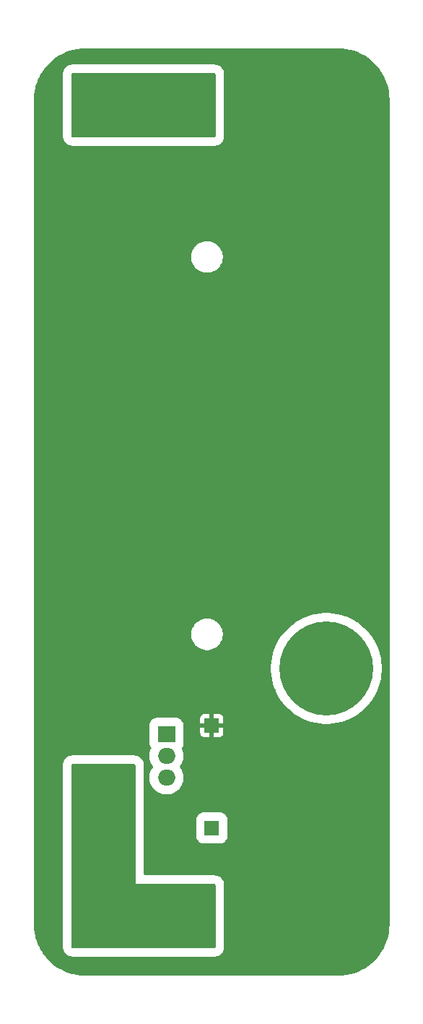
<source format=gbr>
%TF.GenerationSoftware,KiCad,Pcbnew,9.0.2*%
%TF.CreationDate,2026-01-15T18:41:09+07:00*%
%TF.ProjectId,PrechResv2,50726563-6852-4657-9376-322e6b696361,rev?*%
%TF.SameCoordinates,Original*%
%TF.FileFunction,Copper,L2,Bot*%
%TF.FilePolarity,Positive*%
%FSLAX46Y46*%
G04 Gerber Fmt 4.6, Leading zero omitted, Abs format (unit mm)*
G04 Created by KiCad (PCBNEW 9.0.2) date 2026-01-15 18:41:09*
%MOMM*%
%LPD*%
G01*
G04 APERTURE LIST*
%TA.AperFunction,ComponentPad*%
%ADD10R,2.000000X1.905000*%
%TD*%
%TA.AperFunction,ComponentPad*%
%ADD11O,2.000000X1.905000*%
%TD*%
%TA.AperFunction,ComponentPad*%
%ADD12R,1.700000X1.700000*%
%TD*%
%TA.AperFunction,ComponentPad*%
%ADD13C,5.600000*%
%TD*%
%TA.AperFunction,ComponentPad*%
%ADD14C,11.000000*%
%TD*%
G04 APERTURE END LIST*
D10*
%TO.P,Q1,1,G*%
%TO.N,Net-(Q1-G)*%
X73250000Y-103710000D03*
D11*
%TO.P,Q1,2,D*%
%TO.N,Net-(Q1-D)*%
X73250000Y-106250000D03*
%TO.P,Q1,3,S*%
%TO.N,Net-(Q1-S)*%
X73250000Y-108790000D03*
%TD*%
D12*
%TO.P,J2,1,Pin_1*%
%TO.N,Net-(J2-Pin_1)*%
X78555907Y-102679211D03*
%TD*%
D13*
%TO.P,H7,1,1*%
%TO.N,Net-(Q1-S)*%
X66000000Y-111000000D03*
%TD*%
D12*
%TO.P,J1,1,Pin_1*%
%TO.N,Net-(J1-Pin_1)*%
X78564151Y-114679411D03*
%TD*%
D14*
%TO.P,H4,1,1*%
%TO.N,Net-(Q1-D)*%
X92000000Y-96000000D03*
%TD*%
D13*
%TO.P,H6,1,1*%
%TO.N,Net-(H2-Pad1)*%
X66000000Y-30000000D03*
%TD*%
%TO.P,H3,1,1*%
%TO.N,Net-(Q1-S)*%
X75000000Y-125000000D03*
%TD*%
%TO.P,H2,1,1*%
%TO.N,Net-(H2-Pad1)*%
X75000000Y-30000000D03*
%TD*%
%TA.AperFunction,Conductor*%
%TO.N,Net-(Q1-S)*%
G36*
X69543039Y-107219685D02*
G01*
X69588794Y-107272489D01*
X69600000Y-107324000D01*
X69600000Y-123300000D01*
X62100000Y-123300000D01*
X62100000Y-107324000D01*
X62119685Y-107256961D01*
X62172489Y-107211206D01*
X62224000Y-107200000D01*
X69476000Y-107200000D01*
X69543039Y-107219685D01*
G37*
%TD.AperFunction*%
%TD*%
%TA.AperFunction,Conductor*%
%TO.N,Net-(Q1-S)*%
G36*
X78943039Y-121269685D02*
G01*
X78988794Y-121322489D01*
X79000000Y-121374000D01*
X79000000Y-128626000D01*
X78980315Y-128693039D01*
X78927511Y-128738794D01*
X78876000Y-128750000D01*
X62224000Y-128750000D01*
X62156961Y-128730315D01*
X62111206Y-128677511D01*
X62100000Y-128626000D01*
X62100000Y-121250000D01*
X69600000Y-121250000D01*
X78876000Y-121250000D01*
X78943039Y-121269685D01*
G37*
%TD.AperFunction*%
%TD*%
%TA.AperFunction,Conductor*%
%TO.N,Net-(H2-Pad1)*%
G36*
X78943039Y-26269685D02*
G01*
X78988794Y-26322489D01*
X79000000Y-26374000D01*
X79000000Y-33626000D01*
X78980315Y-33693039D01*
X78927511Y-33738794D01*
X78876000Y-33750000D01*
X62224000Y-33750000D01*
X62156961Y-33730315D01*
X62111206Y-33677511D01*
X62100000Y-33626000D01*
X62100000Y-26374000D01*
X62119685Y-26306961D01*
X62172489Y-26261206D01*
X62224000Y-26250000D01*
X78876000Y-26250000D01*
X78943039Y-26269685D01*
G37*
%TD.AperFunction*%
%TD*%
%TA.AperFunction,Conductor*%
%TO.N,Net-(J2-Pin_1)*%
G36*
X93406249Y-23346790D02*
G01*
X93869669Y-23364998D01*
X93879343Y-23365759D01*
X94337501Y-23419987D01*
X94347105Y-23421508D01*
X94799585Y-23511512D01*
X94809045Y-23513783D01*
X95253061Y-23639009D01*
X95262314Y-23642015D01*
X95695143Y-23801693D01*
X95704132Y-23805417D01*
X96123102Y-23998565D01*
X96123105Y-23998566D01*
X96131757Y-24002974D01*
X96534307Y-24228413D01*
X96542572Y-24233478D01*
X96926171Y-24489791D01*
X96934048Y-24495514D01*
X97296343Y-24781125D01*
X97303746Y-24787448D01*
X97473129Y-24944024D01*
X97642515Y-25100603D01*
X97649392Y-25107480D01*
X97776052Y-25244500D01*
X97962551Y-25446253D01*
X97968874Y-25453656D01*
X98254485Y-25815951D01*
X98260208Y-25823828D01*
X98516515Y-26207418D01*
X98521590Y-26215699D01*
X98747020Y-26618233D01*
X98751433Y-26626894D01*
X98944581Y-27045864D01*
X98948307Y-27054860D01*
X99107983Y-27487682D01*
X99110991Y-27496941D01*
X99236215Y-27940950D01*
X99238488Y-27950418D01*
X99328490Y-28402888D01*
X99330013Y-28412504D01*
X99384238Y-28870640D01*
X99385002Y-28880347D01*
X99403210Y-29343750D01*
X99403306Y-29348618D01*
X99403306Y-125997575D01*
X99403210Y-126002443D01*
X99385003Y-126465848D01*
X99384239Y-126475555D01*
X99330014Y-126933690D01*
X99328491Y-126943306D01*
X99238491Y-127395767D01*
X99236218Y-127405235D01*
X99110991Y-127849258D01*
X99107983Y-127858518D01*
X98948306Y-128291340D01*
X98944580Y-128300335D01*
X98751440Y-128719291D01*
X98747019Y-128727966D01*
X98521597Y-129130485D01*
X98516510Y-129138787D01*
X98260210Y-129522368D01*
X98254487Y-129530244D01*
X97968876Y-129892541D01*
X97962553Y-129899945D01*
X97649400Y-130238711D01*
X97642515Y-130245596D01*
X97303748Y-130558749D01*
X97296345Y-130565072D01*
X96934050Y-130850683D01*
X96926173Y-130856406D01*
X96542582Y-131112714D01*
X96534289Y-131117795D01*
X96518041Y-131126896D01*
X96131781Y-131343212D01*
X96123106Y-131347632D01*
X95704140Y-131540778D01*
X95695145Y-131544504D01*
X95262316Y-131704184D01*
X95253056Y-131707192D01*
X94809049Y-131832415D01*
X94799581Y-131834688D01*
X94347111Y-131924690D01*
X94337495Y-131926213D01*
X93879359Y-131980438D01*
X93869652Y-131981202D01*
X93406402Y-131999404D01*
X93401534Y-131999500D01*
X63702425Y-131999500D01*
X63697557Y-131999404D01*
X63234152Y-131981197D01*
X63224445Y-131980433D01*
X62766309Y-131926208D01*
X62756693Y-131924685D01*
X62304233Y-131834685D01*
X62294765Y-131832412D01*
X61850742Y-131707185D01*
X61841482Y-131704177D01*
X61408660Y-131544500D01*
X61399665Y-131540774D01*
X60980699Y-131347629D01*
X60972038Y-131343216D01*
X60569504Y-131117786D01*
X60561223Y-131112711D01*
X60177632Y-130856403D01*
X60169756Y-130850680D01*
X59807460Y-130565070D01*
X59800060Y-130558750D01*
X59461284Y-130245588D01*
X59454407Y-130238711D01*
X59141247Y-129899937D01*
X59134929Y-129892539D01*
X58849319Y-129530243D01*
X58843596Y-129522367D01*
X58832112Y-129505180D01*
X58587282Y-129138767D01*
X58582217Y-129130502D01*
X58356778Y-128727952D01*
X58352370Y-128719300D01*
X58334567Y-128680683D01*
X58159225Y-128300334D01*
X58155499Y-128291339D01*
X57995822Y-127858517D01*
X57992814Y-127849257D01*
X57867587Y-127405234D01*
X57865316Y-127395775D01*
X57775313Y-126943300D01*
X57773791Y-126933690D01*
X57719564Y-126475535D01*
X57718803Y-126465865D01*
X57700596Y-126002443D01*
X57700500Y-125997575D01*
X57700500Y-107323998D01*
X61094500Y-107323998D01*
X61094500Y-128625989D01*
X61094566Y-128637579D01*
X61094567Y-128637593D01*
X61117481Y-128839745D01*
X61128685Y-128891246D01*
X61153217Y-128982941D01*
X61234306Y-129169524D01*
X61234310Y-129169531D01*
X61349793Y-129333830D01*
X61351300Y-129335974D01*
X61397055Y-129388778D01*
X61509532Y-129498694D01*
X61516169Y-129505180D01*
X61553633Y-129530244D01*
X61685264Y-129618308D01*
X61873671Y-129695083D01*
X61873677Y-129695085D01*
X61888687Y-129699492D01*
X61940710Y-129714768D01*
X62021594Y-129734917D01*
X62156531Y-129748639D01*
X62223999Y-129755500D01*
X62224000Y-129755500D01*
X78875990Y-129755500D01*
X78876000Y-129755500D01*
X78887588Y-129755433D01*
X79089743Y-129732519D01*
X79141254Y-129721313D01*
X79232938Y-129696784D01*
X79419527Y-129615692D01*
X79585974Y-129498700D01*
X79638778Y-129452945D01*
X79755179Y-129333832D01*
X79868308Y-129164736D01*
X79945083Y-128976329D01*
X79964768Y-128909290D01*
X79984917Y-128828406D01*
X80005500Y-128626000D01*
X80005500Y-121374000D01*
X80005433Y-121362412D01*
X79982519Y-121160257D01*
X79971313Y-121108746D01*
X79946784Y-121017062D01*
X79865692Y-120830473D01*
X79865691Y-120830471D01*
X79865689Y-120830468D01*
X79748705Y-120664033D01*
X79748704Y-120664032D01*
X79748700Y-120664026D01*
X79702945Y-120611222D01*
X79583832Y-120494821D01*
X79583830Y-120494819D01*
X79414738Y-120381693D01*
X79414731Y-120381690D01*
X79226328Y-120304916D01*
X79226322Y-120304914D01*
X79159293Y-120285233D01*
X79159295Y-120285233D01*
X79159290Y-120285232D01*
X79078406Y-120265083D01*
X79078402Y-120265082D01*
X79078403Y-120265082D01*
X78876001Y-120244500D01*
X78876000Y-120244500D01*
X70729500Y-120244500D01*
X70662461Y-120224815D01*
X70616706Y-120172011D01*
X70605500Y-120120500D01*
X70605500Y-113771377D01*
X76713651Y-113771377D01*
X76713651Y-115587439D01*
X76713652Y-115587445D01*
X76724264Y-115706826D01*
X76780240Y-115902456D01*
X76780241Y-115902459D01*
X76780242Y-115902460D01*
X76874453Y-116082818D01*
X76874455Y-116082820D01*
X77003041Y-116240520D01*
X77096954Y-116317095D01*
X77160744Y-116369109D01*
X77341102Y-116463320D01*
X77536733Y-116519297D01*
X77656114Y-116529911D01*
X79472187Y-116529910D01*
X79591569Y-116519297D01*
X79787200Y-116463320D01*
X79967558Y-116369109D01*
X80125260Y-116240520D01*
X80253849Y-116082818D01*
X80348060Y-115902460D01*
X80404037Y-115706829D01*
X80414651Y-115587448D01*
X80414650Y-113771375D01*
X80404037Y-113651993D01*
X80348060Y-113456362D01*
X80253849Y-113276004D01*
X80201835Y-113212214D01*
X80125260Y-113118301D01*
X79967560Y-112989715D01*
X79967561Y-112989715D01*
X79967558Y-112989713D01*
X79787200Y-112895502D01*
X79787199Y-112895501D01*
X79787196Y-112895500D01*
X79669980Y-112861961D01*
X79591569Y-112839525D01*
X79591566Y-112839524D01*
X79591564Y-112839524D01*
X79525253Y-112833628D01*
X79472188Y-112828911D01*
X79472183Y-112828911D01*
X77656122Y-112828911D01*
X77656116Y-112828911D01*
X77656115Y-112828912D01*
X77644467Y-112829947D01*
X77536735Y-112839524D01*
X77341105Y-112895500D01*
X77250923Y-112942607D01*
X77160744Y-112989713D01*
X77160742Y-112989714D01*
X77160741Y-112989715D01*
X77003041Y-113118301D01*
X76874455Y-113276001D01*
X76780240Y-113456365D01*
X76724265Y-113651994D01*
X76724264Y-113651997D01*
X76713651Y-113771377D01*
X70605500Y-113771377D01*
X70605500Y-107324010D01*
X70605433Y-107312420D01*
X70605433Y-107312412D01*
X70582519Y-107110257D01*
X70571313Y-107058746D01*
X70546784Y-106967062D01*
X70465692Y-106780473D01*
X70465691Y-106780471D01*
X70465689Y-106780468D01*
X70348705Y-106614033D01*
X70348704Y-106614032D01*
X70348700Y-106614026D01*
X70302945Y-106561222D01*
X70183832Y-106444821D01*
X70183830Y-106444819D01*
X70014738Y-106331693D01*
X70014731Y-106331690D01*
X69826328Y-106254916D01*
X69826322Y-106254914D01*
X69759293Y-106235233D01*
X69759295Y-106235233D01*
X69759290Y-106235232D01*
X69678406Y-106215083D01*
X69678402Y-106215082D01*
X69678403Y-106215082D01*
X69476001Y-106194500D01*
X69476000Y-106194500D01*
X62224000Y-106194500D01*
X62223347Y-106194503D01*
X62212420Y-106194566D01*
X62212406Y-106194567D01*
X62010254Y-106217481D01*
X61958753Y-106228685D01*
X61867058Y-106253217D01*
X61680475Y-106334306D01*
X61680468Y-106334310D01*
X61514033Y-106451294D01*
X61514020Y-106451305D01*
X61461225Y-106497052D01*
X61344819Y-106616169D01*
X61231693Y-106785261D01*
X61231690Y-106785268D01*
X61154916Y-106973671D01*
X61154914Y-106973677D01*
X61135233Y-107040706D01*
X61115082Y-107121597D01*
X61094500Y-107323998D01*
X57700500Y-107323998D01*
X57700500Y-102699466D01*
X71249500Y-102699466D01*
X71249500Y-104720528D01*
X71249501Y-104720534D01*
X71260113Y-104839915D01*
X71316089Y-105035545D01*
X71316090Y-105035547D01*
X71316091Y-105035549D01*
X71410301Y-105215906D01*
X71410305Y-105215912D01*
X71434762Y-105245906D01*
X71461871Y-105310302D01*
X71449861Y-105379132D01*
X71448125Y-105382380D01*
X71447144Y-105384368D01*
X71349177Y-105620883D01*
X71282917Y-105868172D01*
X71249500Y-106121986D01*
X71249500Y-106378013D01*
X71259150Y-106451305D01*
X71282917Y-106631829D01*
X71318425Y-106764349D01*
X71349177Y-106879116D01*
X71447144Y-107115631D01*
X71447151Y-107115646D01*
X71575155Y-107337356D01*
X71657380Y-107444514D01*
X71682574Y-107509683D01*
X71668536Y-107578128D01*
X71657380Y-107595486D01*
X71575155Y-107702643D01*
X71447151Y-107924353D01*
X71447144Y-107924368D01*
X71349177Y-108160883D01*
X71282917Y-108408172D01*
X71249500Y-108661986D01*
X71249500Y-108918013D01*
X71275491Y-109115423D01*
X71282917Y-109171829D01*
X71318425Y-109304349D01*
X71349177Y-109419116D01*
X71447144Y-109655631D01*
X71447151Y-109655646D01*
X71575152Y-109877352D01*
X71731011Y-110080470D01*
X71912029Y-110261488D01*
X71912033Y-110261491D01*
X71912035Y-110261493D01*
X72115143Y-110417344D01*
X72115147Y-110417347D01*
X72336853Y-110545348D01*
X72336868Y-110545355D01*
X72459182Y-110596018D01*
X72573382Y-110643322D01*
X72820671Y-110709583D01*
X73074494Y-110743000D01*
X73074501Y-110743000D01*
X73425499Y-110743000D01*
X73425506Y-110743000D01*
X73679329Y-110709583D01*
X73926618Y-110643322D01*
X74163143Y-110545350D01*
X74384857Y-110417344D01*
X74587965Y-110261493D01*
X74768993Y-110080465D01*
X74924844Y-109877357D01*
X75052850Y-109655643D01*
X75150822Y-109419118D01*
X75217083Y-109171829D01*
X75250500Y-108918006D01*
X75250500Y-108661994D01*
X75217083Y-108408171D01*
X75150822Y-108160882D01*
X75052850Y-107924357D01*
X75052848Y-107924353D01*
X74924844Y-107702642D01*
X74842620Y-107595487D01*
X74817425Y-107530318D01*
X74831463Y-107461873D01*
X74842620Y-107444513D01*
X74924844Y-107337357D01*
X75052848Y-107115646D01*
X75052850Y-107115643D01*
X75150822Y-106879118D01*
X75217083Y-106631829D01*
X75250500Y-106378006D01*
X75250500Y-106121994D01*
X75217083Y-105868171D01*
X75150822Y-105620882D01*
X75052855Y-105384368D01*
X75052854Y-105384365D01*
X75051054Y-105380715D01*
X75052442Y-105380030D01*
X75037479Y-105318376D01*
X75060325Y-105252347D01*
X75065217Y-105245929D01*
X75089698Y-105215907D01*
X75183909Y-105035549D01*
X75239886Y-104839918D01*
X75250500Y-104720537D01*
X75250499Y-102699464D01*
X75239886Y-102580082D01*
X75183909Y-102384451D01*
X75089698Y-102204093D01*
X75007611Y-102103421D01*
X74961109Y-102046390D01*
X74803409Y-101917804D01*
X74803410Y-101917804D01*
X74803407Y-101917802D01*
X74623049Y-101823591D01*
X74623048Y-101823590D01*
X74623045Y-101823589D01*
X74505829Y-101790050D01*
X74475480Y-101781366D01*
X77205907Y-101781366D01*
X77205907Y-102429211D01*
X78122895Y-102429211D01*
X78089982Y-102486218D01*
X78055907Y-102613385D01*
X78055907Y-102745037D01*
X78089982Y-102872204D01*
X78122895Y-102929211D01*
X77205907Y-102929211D01*
X77205907Y-103577055D01*
X77212308Y-103636583D01*
X77212310Y-103636590D01*
X77262552Y-103771297D01*
X77262556Y-103771304D01*
X77348716Y-103886398D01*
X77348719Y-103886401D01*
X77463813Y-103972561D01*
X77463820Y-103972565D01*
X77598527Y-104022807D01*
X77598534Y-104022809D01*
X77658062Y-104029210D01*
X77658079Y-104029211D01*
X78305907Y-104029211D01*
X78305907Y-103112223D01*
X78362914Y-103145136D01*
X78490081Y-103179211D01*
X78621733Y-103179211D01*
X78748900Y-103145136D01*
X78805907Y-103112223D01*
X78805907Y-104029211D01*
X79453735Y-104029211D01*
X79453751Y-104029210D01*
X79513279Y-104022809D01*
X79513286Y-104022807D01*
X79647993Y-103972565D01*
X79648000Y-103972561D01*
X79763094Y-103886401D01*
X79763097Y-103886398D01*
X79849257Y-103771304D01*
X79849261Y-103771297D01*
X79899503Y-103636590D01*
X79899505Y-103636583D01*
X79905906Y-103577055D01*
X79905907Y-103577038D01*
X79905907Y-102929211D01*
X78988919Y-102929211D01*
X79021832Y-102872204D01*
X79055907Y-102745037D01*
X79055907Y-102613385D01*
X79021832Y-102486218D01*
X78988919Y-102429211D01*
X79905907Y-102429211D01*
X79905907Y-101781383D01*
X79905906Y-101781366D01*
X79899505Y-101721838D01*
X79899503Y-101721831D01*
X79849261Y-101587124D01*
X79849257Y-101587117D01*
X79763097Y-101472023D01*
X79763094Y-101472020D01*
X79648000Y-101385860D01*
X79647993Y-101385856D01*
X79513286Y-101335614D01*
X79513279Y-101335612D01*
X79453751Y-101329211D01*
X78805907Y-101329211D01*
X78805907Y-102246199D01*
X78748900Y-102213286D01*
X78621733Y-102179211D01*
X78490081Y-102179211D01*
X78362914Y-102213286D01*
X78305907Y-102246199D01*
X78305907Y-101329211D01*
X77658062Y-101329211D01*
X77598534Y-101335612D01*
X77598527Y-101335614D01*
X77463820Y-101385856D01*
X77463813Y-101385860D01*
X77348719Y-101472020D01*
X77348716Y-101472023D01*
X77262556Y-101587117D01*
X77262552Y-101587124D01*
X77212310Y-101721831D01*
X77212308Y-101721838D01*
X77205907Y-101781366D01*
X74475480Y-101781366D01*
X74427418Y-101767614D01*
X74427415Y-101767613D01*
X74427413Y-101767613D01*
X74361102Y-101761717D01*
X74308037Y-101757000D01*
X74308032Y-101757000D01*
X72191971Y-101757000D01*
X72191965Y-101757000D01*
X72191964Y-101757001D01*
X72180316Y-101758036D01*
X72072584Y-101767613D01*
X71876954Y-101823589D01*
X71786772Y-101870696D01*
X71696593Y-101917802D01*
X71696591Y-101917803D01*
X71696590Y-101917804D01*
X71538890Y-102046390D01*
X71410304Y-102204090D01*
X71316089Y-102384454D01*
X71260114Y-102580083D01*
X71260113Y-102580086D01*
X71249500Y-102699466D01*
X57700500Y-102699466D01*
X57700500Y-95744595D01*
X85499500Y-95744595D01*
X85499500Y-96255405D01*
X85539577Y-96764641D01*
X85619486Y-97269163D01*
X85738732Y-97765860D01*
X85738736Y-97765871D01*
X85896578Y-98251664D01*
X86029431Y-98572398D01*
X86092060Y-98723598D01*
X86323963Y-99178733D01*
X86323968Y-99178741D01*
X86323970Y-99178745D01*
X86323973Y-99178752D01*
X86590855Y-99614261D01*
X86590862Y-99614272D01*
X86891102Y-100027518D01*
X86891112Y-100027532D01*
X87222847Y-100415942D01*
X87222853Y-100415949D01*
X87584051Y-100777147D01*
X87584057Y-100777152D01*
X87972467Y-101108887D01*
X87972474Y-101108892D01*
X88385729Y-101409139D01*
X88512417Y-101486773D01*
X88821247Y-101676026D01*
X88821253Y-101676028D01*
X88821267Y-101676037D01*
X89276402Y-101907940D01*
X89748330Y-102103419D01*
X89748335Y-102103421D01*
X89871859Y-102143556D01*
X90234140Y-102261268D01*
X90730837Y-102380514D01*
X91235359Y-102460423D01*
X91744595Y-102500500D01*
X91744603Y-102500500D01*
X92255397Y-102500500D01*
X92255405Y-102500500D01*
X92764641Y-102460423D01*
X93269163Y-102380514D01*
X93765860Y-102261268D01*
X94251670Y-102103419D01*
X94723598Y-101907940D01*
X95178733Y-101676037D01*
X95178748Y-101676027D01*
X95178752Y-101676026D01*
X95336905Y-101579108D01*
X95614271Y-101409139D01*
X96027526Y-101108892D01*
X96415949Y-100777147D01*
X96777147Y-100415949D01*
X97108892Y-100027526D01*
X97409139Y-99614271D01*
X97579108Y-99336905D01*
X97676026Y-99178752D01*
X97676027Y-99178748D01*
X97676037Y-99178733D01*
X97907940Y-98723598D01*
X98103419Y-98251670D01*
X98261268Y-97765860D01*
X98380514Y-97269163D01*
X98460423Y-96764641D01*
X98500500Y-96255405D01*
X98500500Y-95744595D01*
X98460423Y-95235359D01*
X98380514Y-94730837D01*
X98261268Y-94234140D01*
X98136616Y-93850500D01*
X98103421Y-93748335D01*
X98068166Y-93663222D01*
X97907940Y-93276402D01*
X97676037Y-92821267D01*
X97676028Y-92821253D01*
X97676026Y-92821247D01*
X97486773Y-92512417D01*
X97409139Y-92385729D01*
X97108892Y-91972474D01*
X97108887Y-91972467D01*
X96777152Y-91584057D01*
X96777147Y-91584051D01*
X96415949Y-91222853D01*
X96415942Y-91222847D01*
X96027532Y-90891112D01*
X96027518Y-90891102D01*
X95859337Y-90768911D01*
X95614271Y-90590861D01*
X95582786Y-90571567D01*
X95178752Y-90323973D01*
X95178745Y-90323970D01*
X95178741Y-90323968D01*
X95178733Y-90323963D01*
X94723598Y-90092060D01*
X94572398Y-90029431D01*
X94251664Y-89896578D01*
X93906007Y-89784268D01*
X93765860Y-89738732D01*
X93269163Y-89619486D01*
X92764641Y-89539577D01*
X92255410Y-89499500D01*
X92255405Y-89499500D01*
X91744595Y-89499500D01*
X91744589Y-89499500D01*
X91235358Y-89539577D01*
X91235357Y-89539577D01*
X90730842Y-89619485D01*
X90730839Y-89619485D01*
X90730837Y-89619486D01*
X90552958Y-89662190D01*
X90234151Y-89738729D01*
X90234145Y-89738730D01*
X90234140Y-89738732D01*
X90234128Y-89738736D01*
X89748335Y-89896578D01*
X89276404Y-90092059D01*
X89276402Y-90092060D01*
X88821267Y-90323963D01*
X88821263Y-90323965D01*
X88821254Y-90323970D01*
X88821247Y-90323973D01*
X88385738Y-90590855D01*
X88385727Y-90590862D01*
X87972481Y-90891102D01*
X87972467Y-90891112D01*
X87584057Y-91222847D01*
X87584043Y-91222860D01*
X87222860Y-91584043D01*
X87222847Y-91584057D01*
X86891112Y-91972467D01*
X86891102Y-91972481D01*
X86590862Y-92385727D01*
X86590855Y-92385738D01*
X86323973Y-92821247D01*
X86323970Y-92821254D01*
X86092059Y-93276404D01*
X85896578Y-93748335D01*
X85749530Y-94200904D01*
X85738732Y-94234140D01*
X85619486Y-94730837D01*
X85539577Y-95235359D01*
X85499500Y-95744595D01*
X57700500Y-95744595D01*
X57700500Y-91878711D01*
X76149500Y-91878711D01*
X76149500Y-92121288D01*
X76181161Y-92361785D01*
X76243947Y-92596104D01*
X76336773Y-92820205D01*
X76336777Y-92820214D01*
X76337385Y-92821267D01*
X76458064Y-93030289D01*
X76458066Y-93030292D01*
X76458067Y-93030293D01*
X76605733Y-93222736D01*
X76605739Y-93222743D01*
X76777256Y-93394260D01*
X76777262Y-93394265D01*
X76969711Y-93541936D01*
X77179788Y-93663224D01*
X77403900Y-93756054D01*
X77638211Y-93818838D01*
X77818586Y-93842584D01*
X77878711Y-93850500D01*
X77878712Y-93850500D01*
X78121289Y-93850500D01*
X78169388Y-93844167D01*
X78361789Y-93818838D01*
X78596100Y-93756054D01*
X78820212Y-93663224D01*
X79030289Y-93541936D01*
X79222738Y-93394265D01*
X79394265Y-93222738D01*
X79541936Y-93030289D01*
X79663224Y-92820212D01*
X79756054Y-92596100D01*
X79818838Y-92361789D01*
X79850500Y-92121288D01*
X79850500Y-91878712D01*
X79818838Y-91638211D01*
X79756054Y-91403900D01*
X79663224Y-91179788D01*
X79541936Y-90969711D01*
X79394265Y-90777262D01*
X79394260Y-90777256D01*
X79222743Y-90605739D01*
X79222736Y-90605733D01*
X79030293Y-90458067D01*
X79030292Y-90458066D01*
X79030289Y-90458064D01*
X78820212Y-90336776D01*
X78789279Y-90323963D01*
X78596104Y-90243947D01*
X78361785Y-90181161D01*
X78121289Y-90149500D01*
X78121288Y-90149500D01*
X77878712Y-90149500D01*
X77878711Y-90149500D01*
X77638214Y-90181161D01*
X77403895Y-90243947D01*
X77179794Y-90336773D01*
X77179785Y-90336777D01*
X76969706Y-90458067D01*
X76777263Y-90605733D01*
X76777256Y-90605739D01*
X76605739Y-90777256D01*
X76605733Y-90777263D01*
X76458067Y-90969706D01*
X76336777Y-91179785D01*
X76336773Y-91179794D01*
X76243947Y-91403895D01*
X76181161Y-91638214D01*
X76149500Y-91878711D01*
X57700500Y-91878711D01*
X57700500Y-47672672D01*
X76149500Y-47672672D01*
X76149500Y-47915249D01*
X76181161Y-48155746D01*
X76243947Y-48390065D01*
X76336773Y-48614166D01*
X76336776Y-48614173D01*
X76458064Y-48824250D01*
X76458066Y-48824253D01*
X76458067Y-48824254D01*
X76605733Y-49016697D01*
X76605739Y-49016704D01*
X76777256Y-49188221D01*
X76777262Y-49188226D01*
X76969711Y-49335897D01*
X77179788Y-49457185D01*
X77403900Y-49550015D01*
X77638211Y-49612799D01*
X77818586Y-49636545D01*
X77878711Y-49644461D01*
X77878712Y-49644461D01*
X78121289Y-49644461D01*
X78169388Y-49638128D01*
X78361789Y-49612799D01*
X78596100Y-49550015D01*
X78820212Y-49457185D01*
X79030289Y-49335897D01*
X79222738Y-49188226D01*
X79394265Y-49016699D01*
X79541936Y-48824250D01*
X79663224Y-48614173D01*
X79756054Y-48390061D01*
X79818838Y-48155750D01*
X79850500Y-47915249D01*
X79850500Y-47672673D01*
X79818838Y-47432172D01*
X79756054Y-47197861D01*
X79663224Y-46973749D01*
X79541936Y-46763672D01*
X79394265Y-46571223D01*
X79394260Y-46571217D01*
X79222743Y-46399700D01*
X79222736Y-46399694D01*
X79030293Y-46252028D01*
X79030292Y-46252027D01*
X79030289Y-46252025D01*
X78820212Y-46130737D01*
X78820205Y-46130734D01*
X78596104Y-46037908D01*
X78361785Y-45975122D01*
X78121289Y-45943461D01*
X78121288Y-45943461D01*
X77878712Y-45943461D01*
X77878711Y-45943461D01*
X77638214Y-45975122D01*
X77403895Y-46037908D01*
X77179794Y-46130734D01*
X77179785Y-46130738D01*
X76969706Y-46252028D01*
X76777263Y-46399694D01*
X76777256Y-46399700D01*
X76605739Y-46571217D01*
X76605733Y-46571224D01*
X76458067Y-46763667D01*
X76336777Y-46973746D01*
X76336773Y-46973755D01*
X76243947Y-47197856D01*
X76181161Y-47432175D01*
X76149500Y-47672672D01*
X57700500Y-47672672D01*
X57700500Y-29348618D01*
X57700596Y-29343750D01*
X57703089Y-29280301D01*
X57718804Y-28880328D01*
X57719565Y-28870658D01*
X57773793Y-28412495D01*
X57775315Y-28402889D01*
X57775316Y-28402888D01*
X57865319Y-27950409D01*
X57867590Y-27940951D01*
X57867591Y-27940950D01*
X57992815Y-27496937D01*
X57995821Y-27487685D01*
X58126291Y-27134031D01*
X58155503Y-27054847D01*
X58159226Y-27045861D01*
X58334570Y-26665512D01*
X58352378Y-26626882D01*
X58356774Y-26618254D01*
X58493564Y-26373998D01*
X61094500Y-26373998D01*
X61094500Y-33625989D01*
X61094566Y-33637579D01*
X61094567Y-33637593D01*
X61117481Y-33839745D01*
X61128685Y-33891246D01*
X61153217Y-33982941D01*
X61234306Y-34169524D01*
X61234310Y-34169531D01*
X61349793Y-34333830D01*
X61351300Y-34335974D01*
X61397055Y-34388778D01*
X61516168Y-34505179D01*
X61685264Y-34618308D01*
X61873671Y-34695083D01*
X61873677Y-34695085D01*
X61888687Y-34699492D01*
X61940710Y-34714768D01*
X62021594Y-34734917D01*
X62156531Y-34748639D01*
X62223999Y-34755500D01*
X62224000Y-34755500D01*
X78875990Y-34755500D01*
X78876000Y-34755500D01*
X78887588Y-34755433D01*
X79089743Y-34732519D01*
X79141254Y-34721313D01*
X79232938Y-34696784D01*
X79419527Y-34615692D01*
X79585974Y-34498700D01*
X79638778Y-34452945D01*
X79755179Y-34333832D01*
X79868308Y-34164736D01*
X79945083Y-33976329D01*
X79964768Y-33909290D01*
X79984917Y-33828406D01*
X80005500Y-33626000D01*
X80005500Y-26374000D01*
X80005433Y-26362412D01*
X79982519Y-26160257D01*
X79971313Y-26108746D01*
X79946784Y-26017062D01*
X79865692Y-25830473D01*
X79865691Y-25830471D01*
X79865689Y-25830468D01*
X79748705Y-25664033D01*
X79748704Y-25664032D01*
X79748700Y-25664026D01*
X79702945Y-25611222D01*
X79583832Y-25494821D01*
X79583830Y-25494819D01*
X79414738Y-25381693D01*
X79414731Y-25381690D01*
X79226328Y-25304916D01*
X79226322Y-25304914D01*
X79159293Y-25285233D01*
X79159295Y-25285233D01*
X79159290Y-25285232D01*
X79078406Y-25265083D01*
X79078402Y-25265082D01*
X79078403Y-25265082D01*
X78876001Y-25244500D01*
X78876000Y-25244500D01*
X62224000Y-25244500D01*
X62223347Y-25244503D01*
X62212420Y-25244566D01*
X62212406Y-25244567D01*
X62010254Y-25267481D01*
X61958753Y-25278685D01*
X61867058Y-25303217D01*
X61680475Y-25384306D01*
X61680468Y-25384310D01*
X61514033Y-25501294D01*
X61514020Y-25501305D01*
X61461225Y-25547052D01*
X61344819Y-25666169D01*
X61231693Y-25835261D01*
X61231690Y-25835268D01*
X61154916Y-26023671D01*
X61154914Y-26023677D01*
X61135233Y-26090706D01*
X61115082Y-26171597D01*
X61094500Y-26373998D01*
X58493564Y-26373998D01*
X58582215Y-26215701D01*
X58587277Y-26207440D01*
X58843607Y-25823815D01*
X58849308Y-25815968D01*
X59134936Y-25453651D01*
X59141254Y-25446255D01*
X59141256Y-25446253D01*
X59454426Y-25107468D01*
X59461272Y-25100622D01*
X59800076Y-24787434D01*
X59807442Y-24781143D01*
X60169772Y-24495505D01*
X60177618Y-24489804D01*
X60561231Y-24233484D01*
X60569517Y-24228407D01*
X60972035Y-24002986D01*
X60980688Y-23998575D01*
X61399682Y-23805416D01*
X61408653Y-23801701D01*
X61841498Y-23642016D01*
X61850736Y-23639015D01*
X62294766Y-23513785D01*
X62304214Y-23511517D01*
X62756703Y-23421512D01*
X62766300Y-23419992D01*
X63224466Y-23365764D01*
X63234132Y-23365003D01*
X63492901Y-23354836D01*
X63697725Y-23346790D01*
X63702593Y-23346694D01*
X63765892Y-23346694D01*
X93337913Y-23346694D01*
X93401381Y-23346694D01*
X93406249Y-23346790D01*
G37*
%TD.AperFunction*%
%TD*%
M02*

</source>
